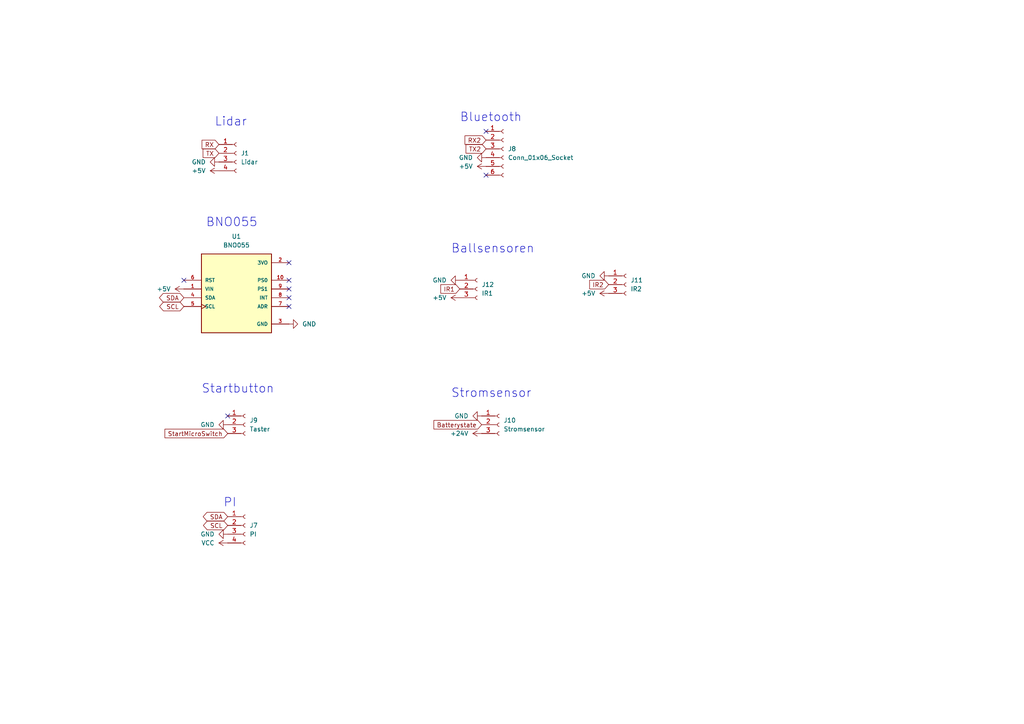
<source format=kicad_sch>
(kicad_sch (version 20230121) (generator eeschema)

  (uuid bbd39709-237e-44b4-b2b5-5645ecb5ce26)

  (paper "A4")

  (lib_symbols
    (symbol "Connector:Conn_01x03_Socket" (pin_names (offset 1.016) hide) (in_bom yes) (on_board yes)
      (property "Reference" "J" (at 0 5.08 0)
        (effects (font (size 1.27 1.27)))
      )
      (property "Value" "Conn_01x03_Socket" (at 0 -5.08 0)
        (effects (font (size 1.27 1.27)))
      )
      (property "Footprint" "" (at 0 0 0)
        (effects (font (size 1.27 1.27)) hide)
      )
      (property "Datasheet" "~" (at 0 0 0)
        (effects (font (size 1.27 1.27)) hide)
      )
      (property "ki_locked" "" (at 0 0 0)
        (effects (font (size 1.27 1.27)))
      )
      (property "ki_keywords" "connector" (at 0 0 0)
        (effects (font (size 1.27 1.27)) hide)
      )
      (property "ki_description" "Generic connector, single row, 01x03, script generated" (at 0 0 0)
        (effects (font (size 1.27 1.27)) hide)
      )
      (property "ki_fp_filters" "Connector*:*_1x??_*" (at 0 0 0)
        (effects (font (size 1.27 1.27)) hide)
      )
      (symbol "Conn_01x03_Socket_1_1"
        (arc (start 0 -2.032) (mid -0.5058 -2.54) (end 0 -3.048)
          (stroke (width 0.1524) (type default))
          (fill (type none))
        )
        (polyline
          (pts
            (xy -1.27 -2.54)
            (xy -0.508 -2.54)
          )
          (stroke (width 0.1524) (type default))
          (fill (type none))
        )
        (polyline
          (pts
            (xy -1.27 0)
            (xy -0.508 0)
          )
          (stroke (width 0.1524) (type default))
          (fill (type none))
        )
        (polyline
          (pts
            (xy -1.27 2.54)
            (xy -0.508 2.54)
          )
          (stroke (width 0.1524) (type default))
          (fill (type none))
        )
        (arc (start 0 0.508) (mid -0.5058 0) (end 0 -0.508)
          (stroke (width 0.1524) (type default))
          (fill (type none))
        )
        (arc (start 0 3.048) (mid -0.5058 2.54) (end 0 2.032)
          (stroke (width 0.1524) (type default))
          (fill (type none))
        )
        (pin passive line (at -5.08 2.54 0) (length 3.81)
          (name "Pin_1" (effects (font (size 1.27 1.27))))
          (number "1" (effects (font (size 1.27 1.27))))
        )
        (pin passive line (at -5.08 0 0) (length 3.81)
          (name "Pin_2" (effects (font (size 1.27 1.27))))
          (number "2" (effects (font (size 1.27 1.27))))
        )
        (pin passive line (at -5.08 -2.54 0) (length 3.81)
          (name "Pin_3" (effects (font (size 1.27 1.27))))
          (number "3" (effects (font (size 1.27 1.27))))
        )
      )
    )
    (symbol "Connector:Conn_01x04_Socket" (pin_names (offset 1.016) hide) (in_bom yes) (on_board yes)
      (property "Reference" "J" (at 0 5.08 0)
        (effects (font (size 1.27 1.27)))
      )
      (property "Value" "Conn_01x04_Socket" (at 0 -7.62 0)
        (effects (font (size 1.27 1.27)))
      )
      (property "Footprint" "" (at 0 0 0)
        (effects (font (size 1.27 1.27)) hide)
      )
      (property "Datasheet" "~" (at 0 0 0)
        (effects (font (size 1.27 1.27)) hide)
      )
      (property "ki_locked" "" (at 0 0 0)
        (effects (font (size 1.27 1.27)))
      )
      (property "ki_keywords" "connector" (at 0 0 0)
        (effects (font (size 1.27 1.27)) hide)
      )
      (property "ki_description" "Generic connector, single row, 01x04, script generated" (at 0 0 0)
        (effects (font (size 1.27 1.27)) hide)
      )
      (property "ki_fp_filters" "Connector*:*_1x??_*" (at 0 0 0)
        (effects (font (size 1.27 1.27)) hide)
      )
      (symbol "Conn_01x04_Socket_1_1"
        (arc (start 0 -4.572) (mid -0.5058 -5.08) (end 0 -5.588)
          (stroke (width 0.1524) (type default))
          (fill (type none))
        )
        (arc (start 0 -2.032) (mid -0.5058 -2.54) (end 0 -3.048)
          (stroke (width 0.1524) (type default))
          (fill (type none))
        )
        (polyline
          (pts
            (xy -1.27 -5.08)
            (xy -0.508 -5.08)
          )
          (stroke (width 0.1524) (type default))
          (fill (type none))
        )
        (polyline
          (pts
            (xy -1.27 -2.54)
            (xy -0.508 -2.54)
          )
          (stroke (width 0.1524) (type default))
          (fill (type none))
        )
        (polyline
          (pts
            (xy -1.27 0)
            (xy -0.508 0)
          )
          (stroke (width 0.1524) (type default))
          (fill (type none))
        )
        (polyline
          (pts
            (xy -1.27 2.54)
            (xy -0.508 2.54)
          )
          (stroke (width 0.1524) (type default))
          (fill (type none))
        )
        (arc (start 0 0.508) (mid -0.5058 0) (end 0 -0.508)
          (stroke (width 0.1524) (type default))
          (fill (type none))
        )
        (arc (start 0 3.048) (mid -0.5058 2.54) (end 0 2.032)
          (stroke (width 0.1524) (type default))
          (fill (type none))
        )
        (pin passive line (at -5.08 2.54 0) (length 3.81)
          (name "Pin_1" (effects (font (size 1.27 1.27))))
          (number "1" (effects (font (size 1.27 1.27))))
        )
        (pin passive line (at -5.08 0 0) (length 3.81)
          (name "Pin_2" (effects (font (size 1.27 1.27))))
          (number "2" (effects (font (size 1.27 1.27))))
        )
        (pin passive line (at -5.08 -2.54 0) (length 3.81)
          (name "Pin_3" (effects (font (size 1.27 1.27))))
          (number "3" (effects (font (size 1.27 1.27))))
        )
        (pin passive line (at -5.08 -5.08 0) (length 3.81)
          (name "Pin_4" (effects (font (size 1.27 1.27))))
          (number "4" (effects (font (size 1.27 1.27))))
        )
      )
    )
    (symbol "Connector:Conn_01x06_Socket" (pin_names (offset 1.016) hide) (in_bom yes) (on_board yes)
      (property "Reference" "J" (at 0 7.62 0)
        (effects (font (size 1.27 1.27)))
      )
      (property "Value" "Conn_01x06_Socket" (at 0 -10.16 0)
        (effects (font (size 1.27 1.27)))
      )
      (property "Footprint" "" (at 0 0 0)
        (effects (font (size 1.27 1.27)) hide)
      )
      (property "Datasheet" "~" (at 0 0 0)
        (effects (font (size 1.27 1.27)) hide)
      )
      (property "ki_locked" "" (at 0 0 0)
        (effects (font (size 1.27 1.27)))
      )
      (property "ki_keywords" "connector" (at 0 0 0)
        (effects (font (size 1.27 1.27)) hide)
      )
      (property "ki_description" "Generic connector, single row, 01x06, script generated" (at 0 0 0)
        (effects (font (size 1.27 1.27)) hide)
      )
      (property "ki_fp_filters" "Connector*:*_1x??_*" (at 0 0 0)
        (effects (font (size 1.27 1.27)) hide)
      )
      (symbol "Conn_01x06_Socket_1_1"
        (arc (start 0 -7.112) (mid -0.5058 -7.62) (end 0 -8.128)
          (stroke (width 0.1524) (type default))
          (fill (type none))
        )
        (arc (start 0 -4.572) (mid -0.5058 -5.08) (end 0 -5.588)
          (stroke (width 0.1524) (type default))
          (fill (type none))
        )
        (arc (start 0 -2.032) (mid -0.5058 -2.54) (end 0 -3.048)
          (stroke (width 0.1524) (type default))
          (fill (type none))
        )
        (polyline
          (pts
            (xy -1.27 -7.62)
            (xy -0.508 -7.62)
          )
          (stroke (width 0.1524) (type default))
          (fill (type none))
        )
        (polyline
          (pts
            (xy -1.27 -5.08)
            (xy -0.508 -5.08)
          )
          (stroke (width 0.1524) (type default))
          (fill (type none))
        )
        (polyline
          (pts
            (xy -1.27 -2.54)
            (xy -0.508 -2.54)
          )
          (stroke (width 0.1524) (type default))
          (fill (type none))
        )
        (polyline
          (pts
            (xy -1.27 0)
            (xy -0.508 0)
          )
          (stroke (width 0.1524) (type default))
          (fill (type none))
        )
        (polyline
          (pts
            (xy -1.27 2.54)
            (xy -0.508 2.54)
          )
          (stroke (width 0.1524) (type default))
          (fill (type none))
        )
        (polyline
          (pts
            (xy -1.27 5.08)
            (xy -0.508 5.08)
          )
          (stroke (width 0.1524) (type default))
          (fill (type none))
        )
        (arc (start 0 0.508) (mid -0.5058 0) (end 0 -0.508)
          (stroke (width 0.1524) (type default))
          (fill (type none))
        )
        (arc (start 0 3.048) (mid -0.5058 2.54) (end 0 2.032)
          (stroke (width 0.1524) (type default))
          (fill (type none))
        )
        (arc (start 0 5.588) (mid -0.5058 5.08) (end 0 4.572)
          (stroke (width 0.1524) (type default))
          (fill (type none))
        )
        (pin passive line (at -5.08 5.08 0) (length 3.81)
          (name "Pin_1" (effects (font (size 1.27 1.27))))
          (number "1" (effects (font (size 1.27 1.27))))
        )
        (pin passive line (at -5.08 2.54 0) (length 3.81)
          (name "Pin_2" (effects (font (size 1.27 1.27))))
          (number "2" (effects (font (size 1.27 1.27))))
        )
        (pin passive line (at -5.08 0 0) (length 3.81)
          (name "Pin_3" (effects (font (size 1.27 1.27))))
          (number "3" (effects (font (size 1.27 1.27))))
        )
        (pin passive line (at -5.08 -2.54 0) (length 3.81)
          (name "Pin_4" (effects (font (size 1.27 1.27))))
          (number "4" (effects (font (size 1.27 1.27))))
        )
        (pin passive line (at -5.08 -5.08 0) (length 3.81)
          (name "Pin_5" (effects (font (size 1.27 1.27))))
          (number "5" (effects (font (size 1.27 1.27))))
        )
        (pin passive line (at -5.08 -7.62 0) (length 3.81)
          (name "Pin_6" (effects (font (size 1.27 1.27))))
          (number "6" (effects (font (size 1.27 1.27))))
        )
      )
    )
    (symbol "adafruitBno055:2472" (pin_names (offset 1.016)) (in_bom yes) (on_board yes)
      (property "Reference" "U" (at -10.16 13.208 0)
        (effects (font (size 1.27 1.27)) (justify left bottom))
      )
      (property "Value" "2472" (at -10.16 -12.7 0)
        (effects (font (size 1.27 1.27)) (justify left bottom))
      )
      (property "Footprint" "2472:MODULE_2472" (at 0 0 0)
        (effects (font (size 1.27 1.27)) (justify bottom) hide)
      )
      (property "Datasheet" "" (at 0 0 0)
        (effects (font (size 1.27 1.27)) hide)
      )
      (property "MF" "Adafruit" (at 0 0 0)
        (effects (font (size 1.27 1.27)) (justify bottom) hide)
      )
      (property "Description" "\nAdafruit 9-DOF Absolute Orientation IMU Fusion Breakout - BNO055 | Adafruit Industries 2472\n" (at 0 0 0)
        (effects (font (size 1.27 1.27)) (justify bottom) hide)
      )
      (property "Package" "Non-Standard Adafruit" (at 0 0 0)
        (effects (font (size 1.27 1.27)) (justify bottom) hide)
      )
      (property "Price" "None" (at 0 0 0)
        (effects (font (size 1.27 1.27)) (justify bottom) hide)
      )
      (property "Check_prices" "https://www.snapeda.com/parts/2472/Adafruit+Industries/view-part/?ref=eda" (at 0 0 0)
        (effects (font (size 1.27 1.27)) (justify bottom) hide)
      )
      (property "STANDARD" "Manufacturer Recommendations" (at 0 0 0)
        (effects (font (size 1.27 1.27)) (justify bottom) hide)
      )
      (property "PARTREV" "N/A" (at 0 0 0)
        (effects (font (size 1.27 1.27)) (justify bottom) hide)
      )
      (property "SnapEDA_Link" "https://www.snapeda.com/parts/2472/Adafruit+Industries/view-part/?ref=snap" (at 0 0 0)
        (effects (font (size 1.27 1.27)) (justify bottom) hide)
      )
      (property "MP" "2472" (at 0 0 0)
        (effects (font (size 1.27 1.27)) (justify bottom) hide)
      )
      (property "Purchase-URL" "https://www.snapeda.com/api/url_track_click_mouser/?unipart_id=6348449&manufacturer=Adafruit&part_name=2472&search_term=bno055" (at 0 0 0)
        (effects (font (size 1.27 1.27)) (justify bottom) hide)
      )
      (property "Availability" "In Stock" (at 0 0 0)
        (effects (font (size 1.27 1.27)) (justify bottom) hide)
      )
      (property "MANUFACTURER" "Adafruit Industries" (at 0 0 0)
        (effects (font (size 1.27 1.27)) (justify bottom) hide)
      )
      (symbol "2472_0_0"
        (rectangle (start -10.16 -10.16) (end 10.16 12.7)
          (stroke (width 0.254) (type default))
          (fill (type background))
        )
        (pin input line (at -15.24 2.54 0) (length 5.08)
          (name "VIN" (effects (font (size 1.016 1.016))))
          (number "1" (effects (font (size 1.016 1.016))))
        )
        (pin bidirectional line (at 15.24 5.08 180) (length 5.08)
          (name "PS0" (effects (font (size 1.016 1.016))))
          (number "10" (effects (font (size 1.016 1.016))))
        )
        (pin power_in line (at 15.24 10.16 180) (length 5.08)
          (name "3VO" (effects (font (size 1.016 1.016))))
          (number "2" (effects (font (size 1.016 1.016))))
        )
        (pin power_in line (at 15.24 -7.62 180) (length 5.08)
          (name "GND" (effects (font (size 1.016 1.016))))
          (number "3" (effects (font (size 1.016 1.016))))
        )
        (pin bidirectional line (at -15.24 0 0) (length 5.08)
          (name "SDA" (effects (font (size 1.016 1.016))))
          (number "4" (effects (font (size 1.016 1.016))))
        )
        (pin input clock (at -15.24 -2.54 0) (length 5.08)
          (name "SCL" (effects (font (size 1.016 1.016))))
          (number "5" (effects (font (size 1.016 1.016))))
        )
        (pin input line (at -15.24 5.08 0) (length 5.08)
          (name "RST" (effects (font (size 1.016 1.016))))
          (number "6" (effects (font (size 1.016 1.016))))
        )
        (pin passive line (at 15.24 -2.54 180) (length 5.08)
          (name "ADR" (effects (font (size 1.016 1.016))))
          (number "7" (effects (font (size 1.016 1.016))))
        )
        (pin output line (at 15.24 0 180) (length 5.08)
          (name "INT" (effects (font (size 1.016 1.016))))
          (number "8" (effects (font (size 1.016 1.016))))
        )
        (pin bidirectional line (at 15.24 2.54 180) (length 5.08)
          (name "PS1" (effects (font (size 1.016 1.016))))
          (number "9" (effects (font (size 1.016 1.016))))
        )
      )
    )
    (symbol "power:+24V" (power) (pin_names (offset 0)) (in_bom yes) (on_board yes)
      (property "Reference" "#PWR" (at 0 -3.81 0)
        (effects (font (size 1.27 1.27)) hide)
      )
      (property "Value" "+24V" (at 0 3.556 0)
        (effects (font (size 1.27 1.27)))
      )
      (property "Footprint" "" (at 0 0 0)
        (effects (font (size 1.27 1.27)) hide)
      )
      (property "Datasheet" "" (at 0 0 0)
        (effects (font (size 1.27 1.27)) hide)
      )
      (property "ki_keywords" "global power" (at 0 0 0)
        (effects (font (size 1.27 1.27)) hide)
      )
      (property "ki_description" "Power symbol creates a global label with name \"+24V\"" (at 0 0 0)
        (effects (font (size 1.27 1.27)) hide)
      )
      (symbol "+24V_0_1"
        (polyline
          (pts
            (xy -0.762 1.27)
            (xy 0 2.54)
          )
          (stroke (width 0) (type default))
          (fill (type none))
        )
        (polyline
          (pts
            (xy 0 0)
            (xy 0 2.54)
          )
          (stroke (width 0) (type default))
          (fill (type none))
        )
        (polyline
          (pts
            (xy 0 2.54)
            (xy 0.762 1.27)
          )
          (stroke (width 0) (type default))
          (fill (type none))
        )
      )
      (symbol "+24V_1_1"
        (pin power_in line (at 0 0 90) (length 0) hide
          (name "+24V" (effects (font (size 1.27 1.27))))
          (number "1" (effects (font (size 1.27 1.27))))
        )
      )
    )
    (symbol "power:+5V" (power) (pin_names (offset 0)) (in_bom yes) (on_board yes)
      (property "Reference" "#PWR" (at 0 -3.81 0)
        (effects (font (size 1.27 1.27)) hide)
      )
      (property "Value" "+5V" (at 0 3.556 0)
        (effects (font (size 1.27 1.27)))
      )
      (property "Footprint" "" (at 0 0 0)
        (effects (font (size 1.27 1.27)) hide)
      )
      (property "Datasheet" "" (at 0 0 0)
        (effects (font (size 1.27 1.27)) hide)
      )
      (property "ki_keywords" "global power" (at 0 0 0)
        (effects (font (size 1.27 1.27)) hide)
      )
      (property "ki_description" "Power symbol creates a global label with name \"+5V\"" (at 0 0 0)
        (effects (font (size 1.27 1.27)) hide)
      )
      (symbol "+5V_0_1"
        (polyline
          (pts
            (xy -0.762 1.27)
            (xy 0 2.54)
          )
          (stroke (width 0) (type default))
          (fill (type none))
        )
        (polyline
          (pts
            (xy 0 0)
            (xy 0 2.54)
          )
          (stroke (width 0) (type default))
          (fill (type none))
        )
        (polyline
          (pts
            (xy 0 2.54)
            (xy 0.762 1.27)
          )
          (stroke (width 0) (type default))
          (fill (type none))
        )
      )
      (symbol "+5V_1_1"
        (pin power_in line (at 0 0 90) (length 0) hide
          (name "+5V" (effects (font (size 1.27 1.27))))
          (number "1" (effects (font (size 1.27 1.27))))
        )
      )
    )
    (symbol "power:GND" (power) (pin_names (offset 0)) (in_bom yes) (on_board yes)
      (property "Reference" "#PWR" (at 0 -6.35 0)
        (effects (font (size 1.27 1.27)) hide)
      )
      (property "Value" "GND" (at 0 -3.81 0)
        (effects (font (size 1.27 1.27)))
      )
      (property "Footprint" "" (at 0 0 0)
        (effects (font (size 1.27 1.27)) hide)
      )
      (property "Datasheet" "" (at 0 0 0)
        (effects (font (size 1.27 1.27)) hide)
      )
      (property "ki_keywords" "global power" (at 0 0 0)
        (effects (font (size 1.27 1.27)) hide)
      )
      (property "ki_description" "Power symbol creates a global label with name \"GND\" , ground" (at 0 0 0)
        (effects (font (size 1.27 1.27)) hide)
      )
      (symbol "GND_0_1"
        (polyline
          (pts
            (xy 0 0)
            (xy 0 -1.27)
            (xy 1.27 -1.27)
            (xy 0 -2.54)
            (xy -1.27 -1.27)
            (xy 0 -1.27)
          )
          (stroke (width 0) (type default))
          (fill (type none))
        )
      )
      (symbol "GND_1_1"
        (pin power_in line (at 0 0 270) (length 0) hide
          (name "GND" (effects (font (size 1.27 1.27))))
          (number "1" (effects (font (size 1.27 1.27))))
        )
      )
    )
    (symbol "power:VCC" (power) (pin_names (offset 0)) (in_bom yes) (on_board yes)
      (property "Reference" "#PWR" (at 0 -3.81 0)
        (effects (font (size 1.27 1.27)) hide)
      )
      (property "Value" "VCC" (at 0 3.81 0)
        (effects (font (size 1.27 1.27)))
      )
      (property "Footprint" "" (at 0 0 0)
        (effects (font (size 1.27 1.27)) hide)
      )
      (property "Datasheet" "" (at 0 0 0)
        (effects (font (size 1.27 1.27)) hide)
      )
      (property "ki_keywords" "global power" (at 0 0 0)
        (effects (font (size 1.27 1.27)) hide)
      )
      (property "ki_description" "Power symbol creates a global label with name \"VCC\"" (at 0 0 0)
        (effects (font (size 1.27 1.27)) hide)
      )
      (symbol "VCC_0_1"
        (polyline
          (pts
            (xy -0.762 1.27)
            (xy 0 2.54)
          )
          (stroke (width 0) (type default))
          (fill (type none))
        )
        (polyline
          (pts
            (xy 0 0)
            (xy 0 2.54)
          )
          (stroke (width 0) (type default))
          (fill (type none))
        )
        (polyline
          (pts
            (xy 0 2.54)
            (xy 0.762 1.27)
          )
          (stroke (width 0) (type default))
          (fill (type none))
        )
      )
      (symbol "VCC_1_1"
        (pin power_in line (at 0 0 90) (length 0) hide
          (name "VCC" (effects (font (size 1.27 1.27))))
          (number "1" (effects (font (size 1.27 1.27))))
        )
      )
    )
  )


  (no_connect (at 83.82 76.2) (uuid 4d6e9a57-040b-4382-8857-dc987b69d7c2))
  (no_connect (at 83.82 83.82) (uuid 661802d0-3c2b-4ffd-85c9-8e44be170f62))
  (no_connect (at 83.82 88.9) (uuid 70206cb1-775d-4e59-a0ec-f2e34ead7289))
  (no_connect (at 140.97 50.8) (uuid 75c96da8-eaef-419e-8b97-7c8cb6251632))
  (no_connect (at 53.34 81.28) (uuid 7d480222-231b-4f22-8823-51bdd9e428cd))
  (no_connect (at 83.82 86.36) (uuid 9db5b188-390b-4814-920f-83ea12bbf06a))
  (no_connect (at 66.04 120.65) (uuid 9f96fe72-ea61-4773-8149-a6076e16db9f))
  (no_connect (at 140.97 38.1) (uuid a3966f40-caa3-43bc-9e26-8f50a7064e71))
  (no_connect (at 83.82 81.28) (uuid afecd88c-5fbe-4bef-9cc7-c1aae915189e))

  (text "BNO055" (at 59.69 66.04 0)
    (effects (font (size 2.5 2.5)) (justify left bottom))
    (uuid 10848a51-0864-4434-a358-57f66fed6478)
  )
  (text "Stromsensor" (at 130.81 115.57 0)
    (effects (font (size 2.5 2.5)) (justify left bottom))
    (uuid 412d894d-b2a6-480e-97b3-154c349577bc)
  )
  (text "Ballsensoren\n" (at 130.81 73.66 0)
    (effects (font (size 2.5 2.5)) (justify left bottom))
    (uuid 8bc6bd74-2d8f-40ba-aa8d-69dd3968770e)
  )
  (text "Lidar " (at 62.23 36.83 0)
    (effects (font (size 2.5 2.5)) (justify left bottom))
    (uuid ad4e8542-6150-4360-ba0b-8d449d8e4c4b)
  )
  (text "Bluetooth" (at 133.35 35.56 0)
    (effects (font (size 2.5 2.5)) (justify left bottom))
    (uuid ca91ba45-8171-4429-b627-0a726c9662f2)
  )
  (text "Startbutton" (at 58.42 114.3 0)
    (effects (font (size 2.5 2.5)) (justify left bottom))
    (uuid f9a38ad9-5773-4e79-905b-c52a81f9c7f8)
  )
  (text "PI" (at 64.77 147.32 0)
    (effects (font (size 2.5 2.5)) (justify left bottom))
    (uuid fc4aa1ea-3df6-4ae3-9a06-ec96da6a8251)
  )

  (global_label "RX2" (shape input) (at 140.97 40.64 180) (fields_autoplaced)
    (effects (font (size 1.27 1.27)) (justify right))
    (uuid 0aaab163-67fc-465a-aed3-a2bae0d68ac2)
    (property "Intersheetrefs" "${INTERSHEET_REFS}" (at 134.2958 40.64 0)
      (effects (font (size 1.27 1.27)) (justify right) hide)
    )
  )
  (global_label "SDA" (shape bidirectional) (at 66.04 149.86 180) (fields_autoplaced)
    (effects (font (size 1.27 1.27)) (justify right))
    (uuid 3bfd20a9-7fd7-4fcf-8eb7-b9f24d897a7b)
    (property "Intersheetrefs" "${INTERSHEET_REFS}" (at 58.4548 149.86 0)
      (effects (font (size 1.27 1.27)) (justify right) hide)
    )
  )
  (global_label "SDA" (shape bidirectional) (at 53.34 86.36 180) (fields_autoplaced)
    (effects (font (size 1.27 1.27)) (justify right))
    (uuid 4422ab9c-f38e-4df7-9df1-612d1f571bab)
    (property "Intersheetrefs" "${INTERSHEET_REFS}" (at 45.7548 86.36 0)
      (effects (font (size 1.27 1.27)) (justify right) hide)
    )
  )
  (global_label "RX" (shape input) (at 63.5 41.91 180) (fields_autoplaced)
    (effects (font (size 1.27 1.27)) (justify right))
    (uuid 60c7e876-67e6-4eb2-b53a-6cf62d320139)
    (property "Intersheetrefs" "${INTERSHEET_REFS}" (at 58.1147 41.91 0)
      (effects (font (size 1.27 1.27)) (justify right) hide)
    )
  )
  (global_label "TX2" (shape input) (at 140.97 43.18 180) (fields_autoplaced)
    (effects (font (size 1.27 1.27)) (justify right))
    (uuid 64c0b55c-b83b-4e98-878a-0afb7860f2ed)
    (property "Intersheetrefs" "${INTERSHEET_REFS}" (at 134.5982 43.18 0)
      (effects (font (size 1.27 1.27)) (justify right) hide)
    )
  )
  (global_label "TX" (shape input) (at 63.5 44.45 180) (fields_autoplaced)
    (effects (font (size 1.27 1.27)) (justify right))
    (uuid 6985d378-7fec-449f-9d33-4bdf3aa35adf)
    (property "Intersheetrefs" "${INTERSHEET_REFS}" (at 58.4171 44.45 0)
      (effects (font (size 1.27 1.27)) (justify right) hide)
    )
  )
  (global_label "SCL" (shape bidirectional) (at 66.04 152.4 180) (fields_autoplaced)
    (effects (font (size 1.27 1.27)) (justify right))
    (uuid 961b1f76-db98-4d42-9bf2-ee5dc8a02dc3)
    (property "Intersheetrefs" "${INTERSHEET_REFS}" (at 58.5153 152.4 0)
      (effects (font (size 1.27 1.27)) (justify right) hide)
    )
  )
  (global_label "SCL" (shape bidirectional) (at 53.34 88.9 180) (fields_autoplaced)
    (effects (font (size 1.27 1.27)) (justify right))
    (uuid b05ba2ed-623b-4314-b8e0-25d9ac03e138)
    (property "Intersheetrefs" "${INTERSHEET_REFS}" (at 45.8153 88.9 0)
      (effects (font (size 1.27 1.27)) (justify right) hide)
    )
  )
  (global_label "Batterystate" (shape input) (at 139.7 123.19 180) (fields_autoplaced)
    (effects (font (size 1.27 1.27)) (justify right))
    (uuid b6ad5994-ca8b-4909-8de6-c0fb6d466dee)
    (property "Intersheetrefs" "${INTERSHEET_REFS}" (at 125.2849 123.19 0)
      (effects (font (size 1.27 1.27)) (justify right) hide)
    )
  )
  (global_label "StartMicroSwitch" (shape input) (at 66.04 125.73 180) (fields_autoplaced)
    (effects (font (size 1.27 1.27)) (justify right))
    (uuid c9001dd7-1090-4534-b00d-80ed7018d41d)
    (property "Intersheetrefs" "${INTERSHEET_REFS}" (at 47.2706 125.73 0)
      (effects (font (size 1.27 1.27)) (justify right) hide)
    )
  )
  (global_label "IR1" (shape input) (at 133.35 83.82 180) (fields_autoplaced)
    (effects (font (size 1.27 1.27)) (justify right))
    (uuid e3bd8d97-9906-45db-bc82-98d8d8c8763a)
    (property "Intersheetrefs" "${INTERSHEET_REFS}" (at 127.2805 83.82 0)
      (effects (font (size 1.27 1.27)) (justify right) hide)
    )
  )
  (global_label "IR2" (shape input) (at 176.53 82.55 180) (fields_autoplaced)
    (effects (font (size 1.27 1.27)) (justify right))
    (uuid f9998489-6463-47df-b7bc-9dc84d8e8388)
    (property "Intersheetrefs" "${INTERSHEET_REFS}" (at 170.4605 82.55 0)
      (effects (font (size 1.27 1.27)) (justify right) hide)
    )
  )

  (symbol (lib_id "power:+5V") (at 63.5 49.53 90) (unit 1)
    (in_bom yes) (on_board yes) (dnp no) (fields_autoplaced)
    (uuid 00b8b709-7e81-4ed2-8881-94216e4da62d)
    (property "Reference" "#PWR06" (at 67.31 49.53 0)
      (effects (font (size 1.27 1.27)) hide)
    )
    (property "Value" "+5V" (at 59.69 49.53 90)
      (effects (font (size 1.27 1.27)) (justify left))
    )
    (property "Footprint" "" (at 63.5 49.53 0)
      (effects (font (size 1.27 1.27)) hide)
    )
    (property "Datasheet" "" (at 63.5 49.53 0)
      (effects (font (size 1.27 1.27)) hide)
    )
    (pin "1" (uuid cbe14a39-6411-420d-baa8-9aaf09ae163a))
    (instances
      (project "2vs2_24-25"
        (path "/7a0f76a1-13d4-4686-9d7e-a73f37674f36"
          (reference "#PWR06") (unit 1)
        )
        (path "/7a0f76a1-13d4-4686-9d7e-a73f37674f36/6763a444-08f8-4b93-abc3-8262c68c8d07"
          (reference "#PWR015") (unit 1)
        )
        (path "/7a0f76a1-13d4-4686-9d7e-a73f37674f36/cd447bc6-5de0-4916-9070-d0c285e97fbc"
          (reference "#PWR047") (unit 1)
        )
      )
    )
  )

  (symbol (lib_id "power:+24V") (at 139.7 125.73 90) (unit 1)
    (in_bom yes) (on_board yes) (dnp no) (fields_autoplaced)
    (uuid 014bb4c9-b639-40e7-8b63-5b6dfa0c8ec2)
    (property "Reference" "#PWR063" (at 143.51 125.73 0)
      (effects (font (size 1.27 1.27)) hide)
    )
    (property "Value" "+24V" (at 135.89 125.73 90)
      (effects (font (size 1.27 1.27)) (justify left))
    )
    (property "Footprint" "" (at 139.7 125.73 0)
      (effects (font (size 1.27 1.27)) hide)
    )
    (property "Datasheet" "" (at 139.7 125.73 0)
      (effects (font (size 1.27 1.27)) hide)
    )
    (pin "1" (uuid 33670284-12c2-4864-b8f5-1608bc7c6600))
    (instances
      (project "2vs2_24-25"
        (path "/7a0f76a1-13d4-4686-9d7e-a73f37674f36/cd447bc6-5de0-4916-9070-d0c285e97fbc"
          (reference "#PWR063") (unit 1)
        )
      )
    )
  )

  (symbol (lib_id "power:VCC") (at 66.04 157.48 90) (unit 1)
    (in_bom yes) (on_board yes) (dnp no) (fields_autoplaced)
    (uuid 0d46264b-4979-4402-a96f-6f81741f8cea)
    (property "Reference" "#PWR039" (at 69.85 157.48 0)
      (effects (font (size 1.27 1.27)) hide)
    )
    (property "Value" "VCC" (at 62.23 157.48 90)
      (effects (font (size 1.27 1.27)) (justify left))
    )
    (property "Footprint" "" (at 66.04 157.48 0)
      (effects (font (size 1.27 1.27)) hide)
    )
    (property "Datasheet" "" (at 66.04 157.48 0)
      (effects (font (size 1.27 1.27)) hide)
    )
    (pin "1" (uuid 91bc7a96-08e7-44ce-a0d2-c6f7afc9e2ab))
    (instances
      (project "2vs2_24-25"
        (path "/7a0f76a1-13d4-4686-9d7e-a73f37674f36"
          (reference "#PWR039") (unit 1)
        )
        (path "/7a0f76a1-13d4-4686-9d7e-a73f37674f36/6763a444-08f8-4b93-abc3-8262c68c8d07"
          (reference "#PWR039") (unit 1)
        )
        (path "/7a0f76a1-13d4-4686-9d7e-a73f37674f36/cd447bc6-5de0-4916-9070-d0c285e97fbc"
          (reference "#PWR014") (unit 1)
        )
      )
    )
  )

  (symbol (lib_id "power:GND") (at 66.04 154.94 270) (unit 1)
    (in_bom yes) (on_board yes) (dnp no) (fields_autoplaced)
    (uuid 21705faa-21cf-4d0f-bfb4-587bbd067374)
    (property "Reference" "#PWR012" (at 59.69 154.94 0)
      (effects (font (size 1.27 1.27)) hide)
    )
    (property "Value" "GND" (at 62.23 154.94 90)
      (effects (font (size 1.27 1.27)) (justify right))
    )
    (property "Footprint" "" (at 66.04 154.94 0)
      (effects (font (size 1.27 1.27)) hide)
    )
    (property "Datasheet" "" (at 66.04 154.94 0)
      (effects (font (size 1.27 1.27)) hide)
    )
    (pin "1" (uuid 754e8abb-522c-48ff-bbf6-bf6635370cab))
    (instances
      (project "2vs2_24-25"
        (path "/7a0f76a1-13d4-4686-9d7e-a73f37674f36/cd447bc6-5de0-4916-9070-d0c285e97fbc"
          (reference "#PWR012") (unit 1)
        )
        (path "/7a0f76a1-13d4-4686-9d7e-a73f37674f36"
          (reference "#PWR063") (unit 1)
        )
      )
    )
  )

  (symbol (lib_id "Connector:Conn_01x06_Socket") (at 146.05 43.18 0) (unit 1)
    (in_bom yes) (on_board yes) (dnp no) (fields_autoplaced)
    (uuid 2437129c-0058-4e7f-bf0a-fa4fd7feb935)
    (property "Reference" "J8" (at 147.32 43.18 0)
      (effects (font (size 1.27 1.27)) (justify left))
    )
    (property "Value" "Conn_01x06_Socket" (at 147.32 45.72 0)
      (effects (font (size 1.27 1.27)) (justify left))
    )
    (property "Footprint" "Connector_PinHeader_2.54mm:PinHeader_1x06_P2.54mm_Vertical" (at 146.05 43.18 0)
      (effects (font (size 1.27 1.27)) hide)
    )
    (property "Datasheet" "~" (at 146.05 43.18 0)
      (effects (font (size 1.27 1.27)) hide)
    )
    (pin "1" (uuid 1f47a380-0bc6-4963-8ba5-6a0789448f52))
    (pin "2" (uuid 28f82de6-2fd4-4532-b941-34936c406a04))
    (pin "3" (uuid b5af5d25-ae9d-488d-b43c-c7f758794fd1))
    (pin "4" (uuid c75935c3-4350-4e07-bd73-4da17a826af7))
    (pin "5" (uuid bffb221e-f319-4713-9496-327cd23cfe01))
    (pin "6" (uuid 6e40cee3-0dd3-460d-8913-3dfb3aee0b54))
    (instances
      (project "2vs2_24-25"
        (path "/7a0f76a1-13d4-4686-9d7e-a73f37674f36/cd447bc6-5de0-4916-9070-d0c285e97fbc"
          (reference "J8") (unit 1)
        )
      )
    )
  )

  (symbol (lib_id "power:+5V") (at 133.35 86.36 90) (unit 1)
    (in_bom yes) (on_board yes) (dnp no) (fields_autoplaced)
    (uuid 3e26de5c-ae99-4499-b807-16b01969e9df)
    (property "Reference" "#PWR06" (at 137.16 86.36 0)
      (effects (font (size 1.27 1.27)) hide)
    )
    (property "Value" "+5V" (at 129.54 86.36 90)
      (effects (font (size 1.27 1.27)) (justify left))
    )
    (property "Footprint" "" (at 133.35 86.36 0)
      (effects (font (size 1.27 1.27)) hide)
    )
    (property "Datasheet" "" (at 133.35 86.36 0)
      (effects (font (size 1.27 1.27)) hide)
    )
    (pin "1" (uuid fd4c7438-5cc3-4567-a2b6-34c9844e9922))
    (instances
      (project "2vs2_24-25"
        (path "/7a0f76a1-13d4-4686-9d7e-a73f37674f36"
          (reference "#PWR06") (unit 1)
        )
        (path "/7a0f76a1-13d4-4686-9d7e-a73f37674f36/6763a444-08f8-4b93-abc3-8262c68c8d07"
          (reference "#PWR015") (unit 1)
        )
        (path "/7a0f76a1-13d4-4686-9d7e-a73f37674f36/cd447bc6-5de0-4916-9070-d0c285e97fbc"
          (reference "#PWR054") (unit 1)
        )
      )
    )
  )

  (symbol (lib_id "Connector:Conn_01x03_Socket") (at 138.43 83.82 0) (unit 1)
    (in_bom yes) (on_board yes) (dnp no) (fields_autoplaced)
    (uuid 4d03a57a-7a7e-4dd3-b88f-cda83b7c0329)
    (property "Reference" "J12" (at 139.7 82.55 0)
      (effects (font (size 1.27 1.27)) (justify left))
    )
    (property "Value" "IR1" (at 139.7 85.09 0)
      (effects (font (size 1.27 1.27)) (justify left))
    )
    (property "Footprint" "Connector_JST:JST_PH_B3B-PH-K_1x03_P2.00mm_Vertical" (at 138.43 83.82 0)
      (effects (font (size 1.27 1.27)) hide)
    )
    (property "Datasheet" "~" (at 138.43 83.82 0)
      (effects (font (size 1.27 1.27)) hide)
    )
    (pin "1" (uuid c925a9f5-6ff9-47de-81bb-13b3a545410d))
    (pin "2" (uuid 5c93ee3f-f512-468e-b132-75ef7de780ae))
    (pin "3" (uuid ac6bca42-db40-47ca-899a-898060a55a27))
    (instances
      (project "2vs2_24-25"
        (path "/7a0f76a1-13d4-4686-9d7e-a73f37674f36/cd447bc6-5de0-4916-9070-d0c285e97fbc"
          (reference "J12") (unit 1)
        )
      )
    )
  )

  (symbol (lib_id "power:GND") (at 83.82 93.98 90) (unit 1)
    (in_bom yes) (on_board yes) (dnp no) (fields_autoplaced)
    (uuid 69e3f580-bc07-4852-ba2a-362a8168fb12)
    (property "Reference" "#PWR042" (at 90.17 93.98 0)
      (effects (font (size 1.27 1.27)) hide)
    )
    (property "Value" "GND" (at 87.63 93.98 90)
      (effects (font (size 1.27 1.27)) (justify right))
    )
    (property "Footprint" "" (at 83.82 93.98 0)
      (effects (font (size 1.27 1.27)) hide)
    )
    (property "Datasheet" "" (at 83.82 93.98 0)
      (effects (font (size 1.27 1.27)) hide)
    )
    (pin "1" (uuid 88da13c3-dcc6-4491-bfb6-2fdd09190ad4))
    (instances
      (project "2vs2_24-25"
        (path "/7a0f76a1-13d4-4686-9d7e-a73f37674f36/cd447bc6-5de0-4916-9070-d0c285e97fbc"
          (reference "#PWR042") (unit 1)
        )
      )
    )
  )

  (symbol (lib_id "Connector:Conn_01x04_Socket") (at 71.12 152.4 0) (unit 1)
    (in_bom yes) (on_board yes) (dnp no)
    (uuid 6accbc2b-1a88-4067-b07f-93ff561bcb1b)
    (property "Reference" "J7" (at 72.39 152.4 0)
      (effects (font (size 1.27 1.27)) (justify left))
    )
    (property "Value" "PI" (at 72.39 154.94 0)
      (effects (font (size 1.27 1.27)) (justify left))
    )
    (property "Footprint" "Connector_JST:JST_PH_S4B-PH-K_1x04_P2.00mm_Horizontal" (at 71.12 152.4 0)
      (effects (font (size 1.27 1.27)) hide)
    )
    (property "Datasheet" "~" (at 71.12 152.4 0)
      (effects (font (size 1.27 1.27)) hide)
    )
    (pin "1" (uuid 44206532-f8f0-4336-981d-94db6526d82a))
    (pin "2" (uuid 0e99380c-c9ae-4d73-9b3b-3d02f053bb81))
    (pin "3" (uuid 2193de90-e0f5-4419-b470-d1177b8c8387))
    (pin "4" (uuid 86ca6d1f-1a49-45aa-ba2d-8b0f7cae0f08))
    (instances
      (project "2vs2_24-25"
        (path "/7a0f76a1-13d4-4686-9d7e-a73f37674f36/cd447bc6-5de0-4916-9070-d0c285e97fbc"
          (reference "J7") (unit 1)
        )
        (path "/7a0f76a1-13d4-4686-9d7e-a73f37674f36"
          (reference "J10") (unit 1)
        )
      )
    )
  )

  (symbol (lib_id "power:GND") (at 176.53 80.01 270) (unit 1)
    (in_bom yes) (on_board yes) (dnp no) (fields_autoplaced)
    (uuid 87194044-146c-4ace-8d33-cb6716077013)
    (property "Reference" "#PWR057" (at 170.18 80.01 0)
      (effects (font (size 1.27 1.27)) hide)
    )
    (property "Value" "GND" (at 172.72 80.01 90)
      (effects (font (size 1.27 1.27)) (justify right))
    )
    (property "Footprint" "" (at 176.53 80.01 0)
      (effects (font (size 1.27 1.27)) hide)
    )
    (property "Datasheet" "" (at 176.53 80.01 0)
      (effects (font (size 1.27 1.27)) hide)
    )
    (pin "1" (uuid e2fdba23-4d9d-4090-87c9-4ad8b8cf6268))
    (instances
      (project "2vs2_24-25"
        (path "/7a0f76a1-13d4-4686-9d7e-a73f37674f36/cd447bc6-5de0-4916-9070-d0c285e97fbc"
          (reference "#PWR057") (unit 1)
        )
      )
    )
  )

  (symbol (lib_id "power:+5V") (at 53.34 83.82 90) (unit 1)
    (in_bom yes) (on_board yes) (dnp no) (fields_autoplaced)
    (uuid abc574a0-4a68-4a61-b88e-1c76b6c3af49)
    (property "Reference" "#PWR06" (at 57.15 83.82 0)
      (effects (font (size 1.27 1.27)) hide)
    )
    (property "Value" "+5V" (at 49.53 83.82 90)
      (effects (font (size 1.27 1.27)) (justify left))
    )
    (property "Footprint" "" (at 53.34 83.82 0)
      (effects (font (size 1.27 1.27)) hide)
    )
    (property "Datasheet" "" (at 53.34 83.82 0)
      (effects (font (size 1.27 1.27)) hide)
    )
    (pin "1" (uuid 86d1e845-6057-415c-ac0f-6e5f38bf35b7))
    (instances
      (project "2vs2_24-25"
        (path "/7a0f76a1-13d4-4686-9d7e-a73f37674f36"
          (reference "#PWR06") (unit 1)
        )
        (path "/7a0f76a1-13d4-4686-9d7e-a73f37674f36/6763a444-08f8-4b93-abc3-8262c68c8d07"
          (reference "#PWR015") (unit 1)
        )
        (path "/7a0f76a1-13d4-4686-9d7e-a73f37674f36/cd447bc6-5de0-4916-9070-d0c285e97fbc"
          (reference "#PWR01") (unit 1)
        )
      )
    )
  )

  (symbol (lib_id "Connector:Conn_01x04_Socket") (at 68.58 44.45 0) (unit 1)
    (in_bom yes) (on_board yes) (dnp no)
    (uuid ac38eb84-4402-41f3-b660-d4bf1236fd43)
    (property "Reference" "J1" (at 69.85 44.45 0)
      (effects (font (size 1.27 1.27)) (justify left))
    )
    (property "Value" "Lidar" (at 69.85 46.99 0)
      (effects (font (size 1.27 1.27)) (justify left))
    )
    (property "Footprint" "Connector_JST:JST_PH_S4B-PH-K_1x04_P2.00mm_Horizontal" (at 68.58 44.45 0)
      (effects (font (size 1.27 1.27)) hide)
    )
    (property "Datasheet" "~" (at 68.58 44.45 0)
      (effects (font (size 1.27 1.27)) hide)
    )
    (pin "1" (uuid e1c49e31-935a-4709-9b4f-366932b3fa8d))
    (pin "2" (uuid 8690c23f-d4e1-4519-925f-a795294d92c1))
    (pin "3" (uuid d436cc30-c108-4056-b6b5-5056e95c1125))
    (pin "4" (uuid 14246496-60ce-44e3-aefc-14d8a91b83a4))
    (instances
      (project "2vs2_24-25"
        (path "/7a0f76a1-13d4-4686-9d7e-a73f37674f36/cd447bc6-5de0-4916-9070-d0c285e97fbc"
          (reference "J1") (unit 1)
        )
      )
    )
  )

  (symbol (lib_id "power:GND") (at 139.7 120.65 270) (unit 1)
    (in_bom yes) (on_board yes) (dnp no) (fields_autoplaced)
    (uuid b18c62af-86be-4453-9df5-c43d0978feb0)
    (property "Reference" "#PWR065" (at 133.35 120.65 0)
      (effects (font (size 1.27 1.27)) hide)
    )
    (property "Value" "GND" (at 135.89 120.65 90)
      (effects (font (size 1.27 1.27)) (justify right))
    )
    (property "Footprint" "" (at 139.7 120.65 0)
      (effects (font (size 1.27 1.27)) hide)
    )
    (property "Datasheet" "" (at 139.7 120.65 0)
      (effects (font (size 1.27 1.27)) hide)
    )
    (pin "1" (uuid 994378ca-32f9-4a65-89c7-b5a0e282d4a4))
    (instances
      (project "2vs2_24-25"
        (path "/7a0f76a1-13d4-4686-9d7e-a73f37674f36/cd447bc6-5de0-4916-9070-d0c285e97fbc"
          (reference "#PWR065") (unit 1)
        )
      )
    )
  )

  (symbol (lib_id "power:+5V") (at 140.97 48.26 90) (unit 1)
    (in_bom yes) (on_board yes) (dnp no) (fields_autoplaced)
    (uuid b3fa597c-8b8b-4a63-a786-5ab9badd526b)
    (property "Reference" "#PWR06" (at 144.78 48.26 0)
      (effects (font (size 1.27 1.27)) hide)
    )
    (property "Value" "+5V" (at 137.16 48.26 90)
      (effects (font (size 1.27 1.27)) (justify left))
    )
    (property "Footprint" "" (at 140.97 48.26 0)
      (effects (font (size 1.27 1.27)) hide)
    )
    (property "Datasheet" "" (at 140.97 48.26 0)
      (effects (font (size 1.27 1.27)) hide)
    )
    (pin "1" (uuid 077bb35d-533e-429d-b14a-e2abca890200))
    (instances
      (project "2vs2_24-25"
        (path "/7a0f76a1-13d4-4686-9d7e-a73f37674f36"
          (reference "#PWR06") (unit 1)
        )
        (path "/7a0f76a1-13d4-4686-9d7e-a73f37674f36/6763a444-08f8-4b93-abc3-8262c68c8d07"
          (reference "#PWR015") (unit 1)
        )
        (path "/7a0f76a1-13d4-4686-9d7e-a73f37674f36/cd447bc6-5de0-4916-9070-d0c285e97fbc"
          (reference "#PWR067") (unit 1)
        )
      )
    )
  )

  (symbol (lib_id "power:GND") (at 63.5 46.99 270) (unit 1)
    (in_bom yes) (on_board yes) (dnp no) (fields_autoplaced)
    (uuid bd7a94b0-9f17-4b94-b634-23632a5b4a5a)
    (property "Reference" "#PWR045" (at 57.15 46.99 0)
      (effects (font (size 1.27 1.27)) hide)
    )
    (property "Value" "GND" (at 59.69 46.99 90)
      (effects (font (size 1.27 1.27)) (justify right))
    )
    (property "Footprint" "" (at 63.5 46.99 0)
      (effects (font (size 1.27 1.27)) hide)
    )
    (property "Datasheet" "" (at 63.5 46.99 0)
      (effects (font (size 1.27 1.27)) hide)
    )
    (pin "1" (uuid e226e21e-dd34-4b5d-8064-2c3673520e34))
    (instances
      (project "2vs2_24-25"
        (path "/7a0f76a1-13d4-4686-9d7e-a73f37674f36/cd447bc6-5de0-4916-9070-d0c285e97fbc"
          (reference "#PWR045") (unit 1)
        )
      )
    )
  )

  (symbol (lib_id "Connector:Conn_01x03_Socket") (at 144.78 123.19 0) (unit 1)
    (in_bom yes) (on_board yes) (dnp no) (fields_autoplaced)
    (uuid c11b76be-ce84-49c5-b46c-39882229ef3d)
    (property "Reference" "J10" (at 146.05 121.92 0)
      (effects (font (size 1.27 1.27)) (justify left))
    )
    (property "Value" "Stromsensor" (at 146.05 124.46 0)
      (effects (font (size 1.27 1.27)) (justify left))
    )
    (property "Footprint" "Connector_PinHeader_2.54mm:PinHeader_1x03_P2.54mm_Vertical" (at 144.78 123.19 0)
      (effects (font (size 1.27 1.27)) hide)
    )
    (property "Datasheet" "~" (at 144.78 123.19 0)
      (effects (font (size 1.27 1.27)) hide)
    )
    (pin "1" (uuid ac3b4086-83c9-4dbf-9182-79af9d709a50))
    (pin "2" (uuid 0489a778-992f-4ab9-b2e3-917197408b1f))
    (pin "3" (uuid 2086463b-7d68-4ebf-9d41-ba383219ae1f))
    (instances
      (project "2vs2_24-25"
        (path "/7a0f76a1-13d4-4686-9d7e-a73f37674f36/cd447bc6-5de0-4916-9070-d0c285e97fbc"
          (reference "J10") (unit 1)
        )
      )
    )
  )

  (symbol (lib_id "power:+5V") (at 176.53 85.09 90) (unit 1)
    (in_bom yes) (on_board yes) (dnp no) (fields_autoplaced)
    (uuid cd02c86a-810c-43db-a2c8-cdb1abef5bd6)
    (property "Reference" "#PWR06" (at 180.34 85.09 0)
      (effects (font (size 1.27 1.27)) hide)
    )
    (property "Value" "+5V" (at 172.72 85.09 90)
      (effects (font (size 1.27 1.27)) (justify left))
    )
    (property "Footprint" "" (at 176.53 85.09 0)
      (effects (font (size 1.27 1.27)) hide)
    )
    (property "Datasheet" "" (at 176.53 85.09 0)
      (effects (font (size 1.27 1.27)) hide)
    )
    (pin "1" (uuid 384ba2f6-30cf-4146-8110-e709ee9f1abb))
    (instances
      (project "2vs2_24-25"
        (path "/7a0f76a1-13d4-4686-9d7e-a73f37674f36"
          (reference "#PWR06") (unit 1)
        )
        (path "/7a0f76a1-13d4-4686-9d7e-a73f37674f36/6763a444-08f8-4b93-abc3-8262c68c8d07"
          (reference "#PWR015") (unit 1)
        )
        (path "/7a0f76a1-13d4-4686-9d7e-a73f37674f36/cd447bc6-5de0-4916-9070-d0c285e97fbc"
          (reference "#PWR058") (unit 1)
        )
      )
    )
  )

  (symbol (lib_id "adafruitBno055:2472") (at 68.58 86.36 0) (unit 1)
    (in_bom yes) (on_board yes) (dnp no) (fields_autoplaced)
    (uuid cfa1a817-2c2c-4be0-942d-7686bd627627)
    (property "Reference" "U1" (at 68.58 68.58 0)
      (effects (font (size 1.27 1.27)))
    )
    (property "Value" "BNO055" (at 68.58 71.12 0)
      (effects (font (size 1.27 1.27)))
    )
    (property "Footprint" "bno055:bno055" (at 68.58 86.36 0)
      (effects (font (size 1.27 1.27)) (justify bottom) hide)
    )
    (property "Datasheet" "" (at 68.58 86.36 0)
      (effects (font (size 1.27 1.27)) hide)
    )
    (property "MF" "Adafruit" (at 68.58 86.36 0)
      (effects (font (size 1.27 1.27)) (justify bottom) hide)
    )
    (property "Description" "\nAdafruit 9-DOF Absolute Orientation IMU Fusion Breakout - BNO055 | Adafruit Industries 2472\n" (at 68.58 86.36 0)
      (effects (font (size 1.27 1.27)) (justify bottom) hide)
    )
    (property "Package" "Non-Standard Adafruit" (at 68.58 86.36 0)
      (effects (font (size 1.27 1.27)) (justify bottom) hide)
    )
    (property "Price" "None" (at 68.58 86.36 0)
      (effects (font (size 1.27 1.27)) (justify bottom) hide)
    )
    (property "Check_prices" "https://www.snapeda.com/parts/2472/Adafruit+Industries/view-part/?ref=eda" (at 68.58 86.36 0)
      (effects (font (size 1.27 1.27)) (justify bottom) hide)
    )
    (property "STANDARD" "Manufacturer Recommendations" (at 68.58 86.36 0)
      (effects (font (size 1.27 1.27)) (justify bottom) hide)
    )
    (property "PARTREV" "N/A" (at 68.58 86.36 0)
      (effects (font (size 1.27 1.27)) (justify bottom) hide)
    )
    (property "SnapEDA_Link" "https://www.snapeda.com/parts/2472/Adafruit+Industries/view-part/?ref=snap" (at 68.58 86.36 0)
      (effects (font (size 1.27 1.27)) (justify bottom) hide)
    )
    (property "MP" "2472" (at 68.58 86.36 0)
      (effects (font (size 1.27 1.27)) (justify bottom) hide)
    )
    (property "Purchase-URL" "https://www.snapeda.com/api/url_track_click_mouser/?unipart_id=6348449&manufacturer=Adafruit&part_name=2472&search_term=bno055" (at 68.58 86.36 0)
      (effects (font (size 1.27 1.27)) (justify bottom) hide)
    )
    (property "Availability" "In Stock" (at 68.58 86.36 0)
      (effects (font (size 1.27 1.27)) (justify bottom) hide)
    )
    (property "MANUFACTURER" "Adafruit Industries" (at 68.58 86.36 0)
      (effects (font (size 1.27 1.27)) (justify bottom) hide)
    )
    (pin "1" (uuid abd745d2-4870-4a39-ac4b-0189335bf9ca))
    (pin "10" (uuid a3832d0c-0218-478f-a8c2-c61de90dee6a))
    (pin "2" (uuid 42c1629c-641b-495e-8932-d0b40ef711cd))
    (pin "3" (uuid 70342650-ffcd-46f0-88b5-3330e0df2eca))
    (pin "4" (uuid 43b2c643-125a-49ac-a8d7-7ad9fc401ef8))
    (pin "5" (uuid 92c17554-1859-4667-ae94-18f064d9a25c))
    (pin "6" (uuid c302b102-cc56-4a5b-a505-d21079a23990))
    (pin "7" (uuid a3205dd4-36c9-4cf0-800d-0440e62596ef))
    (pin "8" (uuid 81f222e6-bfc2-4a46-9976-2eaf91549146))
    (pin "9" (uuid c4af85ad-f6b8-47be-8066-318429884288))
    (instances
      (project "2vs2_24-25"
        (path "/7a0f76a1-13d4-4686-9d7e-a73f37674f36/cd447bc6-5de0-4916-9070-d0c285e97fbc"
          (reference "U1") (unit 1)
        )
      )
    )
  )

  (symbol (lib_id "Connector:Conn_01x03_Socket") (at 71.12 123.19 0) (unit 1)
    (in_bom yes) (on_board yes) (dnp no) (fields_autoplaced)
    (uuid dbe6701b-f45d-46f7-ae29-c2dca9651e9e)
    (property "Reference" "J9" (at 72.39 121.92 0)
      (effects (font (size 1.27 1.27)) (justify left))
    )
    (property "Value" "Taster" (at 72.39 124.46 0)
      (effects (font (size 1.27 1.27)) (justify left))
    )
    (property "Footprint" "taster:taster klein 1A" (at 71.12 123.19 0)
      (effects (font (size 1.27 1.27)) hide)
    )
    (property "Datasheet" "~" (at 71.12 123.19 0)
      (effects (font (size 1.27 1.27)) hide)
    )
    (pin "1" (uuid b0bbfd07-fb78-48f5-8e4a-9347f53f2849))
    (pin "2" (uuid c0198801-793d-47c3-aae5-4d2c92129d38))
    (pin "3" (uuid 413158f1-b779-471c-9e8a-078009a18c5f))
    (instances
      (project "2vs2_24-25"
        (path "/7a0f76a1-13d4-4686-9d7e-a73f37674f36/cd447bc6-5de0-4916-9070-d0c285e97fbc"
          (reference "J9") (unit 1)
        )
      )
    )
  )

  (symbol (lib_id "power:GND") (at 140.97 45.72 270) (unit 1)
    (in_bom yes) (on_board yes) (dnp no) (fields_autoplaced)
    (uuid e2e44122-142a-4626-ba80-0fba375c092c)
    (property "Reference" "#PWR066" (at 134.62 45.72 0)
      (effects (font (size 1.27 1.27)) hide)
    )
    (property "Value" "GND" (at 137.16 45.72 90)
      (effects (font (size 1.27 1.27)) (justify right))
    )
    (property "Footprint" "" (at 140.97 45.72 0)
      (effects (font (size 1.27 1.27)) hide)
    )
    (property "Datasheet" "" (at 140.97 45.72 0)
      (effects (font (size 1.27 1.27)) hide)
    )
    (pin "1" (uuid 3478838c-53cf-434d-9943-81344a715003))
    (instances
      (project "2vs2_24-25"
        (path "/7a0f76a1-13d4-4686-9d7e-a73f37674f36/cd447bc6-5de0-4916-9070-d0c285e97fbc"
          (reference "#PWR066") (unit 1)
        )
      )
    )
  )

  (symbol (lib_id "Connector:Conn_01x03_Socket") (at 181.61 82.55 0) (unit 1)
    (in_bom yes) (on_board yes) (dnp no) (fields_autoplaced)
    (uuid e35017f6-4981-4539-9705-b1e10dddbce3)
    (property "Reference" "J11" (at 182.88 81.28 0)
      (effects (font (size 1.27 1.27)) (justify left))
    )
    (property "Value" "IR2" (at 182.88 83.82 0)
      (effects (font (size 1.27 1.27)) (justify left))
    )
    (property "Footprint" "Connector_JST:JST_PH_B3B-PH-K_1x03_P2.00mm_Vertical" (at 181.61 82.55 0)
      (effects (font (size 1.27 1.27)) hide)
    )
    (property "Datasheet" "~" (at 181.61 82.55 0)
      (effects (font (size 1.27 1.27)) hide)
    )
    (pin "1" (uuid f0e2fa02-2c99-48b5-8a66-f6d033438ed4))
    (pin "2" (uuid d4af5d3a-e607-4972-9ba8-ec29523b665f))
    (pin "3" (uuid 914d7926-127e-40e8-a49f-095e9b3cc15e))
    (instances
      (project "2vs2_24-25"
        (path "/7a0f76a1-13d4-4686-9d7e-a73f37674f36/cd447bc6-5de0-4916-9070-d0c285e97fbc"
          (reference "J11") (unit 1)
        )
      )
    )
  )

  (symbol (lib_id "power:GND") (at 133.35 81.28 270) (unit 1)
    (in_bom yes) (on_board yes) (dnp no) (fields_autoplaced)
    (uuid f161b15a-71f1-4dba-9173-7abfcfa430e1)
    (property "Reference" "#PWR053" (at 127 81.28 0)
      (effects (font (size 1.27 1.27)) hide)
    )
    (property "Value" "GND" (at 129.54 81.28 90)
      (effects (font (size 1.27 1.27)) (justify right))
    )
    (property "Footprint" "" (at 133.35 81.28 0)
      (effects (font (size 1.27 1.27)) hide)
    )
    (property "Datasheet" "" (at 133.35 81.28 0)
      (effects (font (size 1.27 1.27)) hide)
    )
    (pin "1" (uuid 7d60b39a-e574-4cb1-90f7-34af094864ef))
    (instances
      (project "2vs2_24-25"
        (path "/7a0f76a1-13d4-4686-9d7e-a73f37674f36/cd447bc6-5de0-4916-9070-d0c285e97fbc"
          (reference "#PWR053") (unit 1)
        )
      )
    )
  )

  (symbol (lib_id "power:GND") (at 66.04 123.19 270) (unit 1)
    (in_bom yes) (on_board yes) (dnp no) (fields_autoplaced)
    (uuid f91e7f09-e8f2-4229-a171-475ab1abd0c9)
    (property "Reference" "#PWR062" (at 59.69 123.19 0)
      (effects (font (size 1.27 1.27)) hide)
    )
    (property "Value" "GND" (at 62.23 123.19 90)
      (effects (font (size 1.27 1.27)) (justify right))
    )
    (property "Footprint" "" (at 66.04 123.19 0)
      (effects (font (size 1.27 1.27)) hide)
    )
    (property "Datasheet" "" (at 66.04 123.19 0)
      (effects (font (size 1.27 1.27)) hide)
    )
    (pin "1" (uuid 3f73d93f-dafc-48e4-9fcf-bdd71a9bd1fd))
    (instances
      (project "2vs2_24-25"
        (path "/7a0f76a1-13d4-4686-9d7e-a73f37674f36/cd447bc6-5de0-4916-9070-d0c285e97fbc"
          (reference "#PWR062") (unit 1)
        )
        (path "/7a0f76a1-13d4-4686-9d7e-a73f37674f36"
          (reference "#PWR063") (unit 1)
        )
      )
    )
  )
)

</source>
